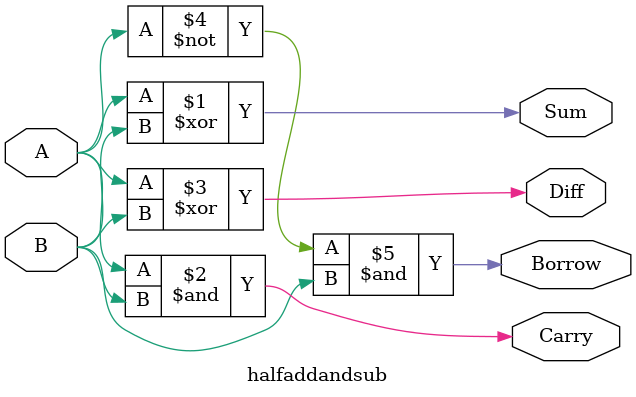
<source format=v>
module halfaddandsub (
    input A, B,
    output Sum, Carry, Diff, Borrow
);

    // Half Adder logic
    assign Sum = A ^ B;
    assign Carry = A & B;

    // Half Subtractor logic
    assign Diff = A ^ B;
    assign Borrow = (~A) & B;

endmodule

</source>
